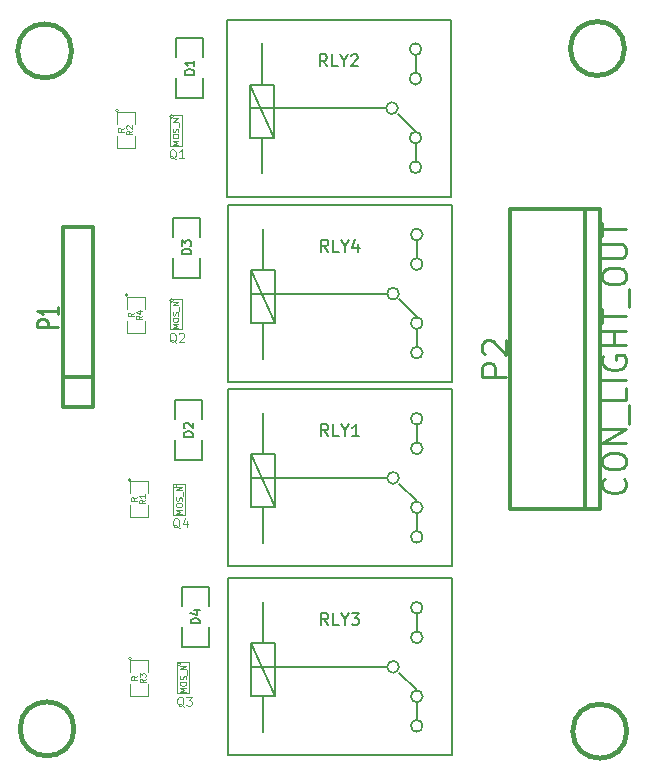
<source format=gto>
G04 (created by PCBNEW (2013-mar-13)-testing) date mar 04 jun 2013 15:54:13 ART*
%MOIN*%
G04 Gerber Fmt 3.4, Leading zero omitted, Abs format*
%FSLAX34Y34*%
G01*
G70*
G90*
G04 APERTURE LIST*
%ADD10C,0.005906*%
%ADD11C,0.005000*%
%ADD12C,0.012000*%
%ADD13C,0.003100*%
%ADD14C,0.003900*%
%ADD15C,0.015000*%
%ADD16C,0.010700*%
%ADD17C,0.010000*%
%ADD18C,0.004700*%
%ADD19C,0.004300*%
G04 APERTURE END LIST*
G54D10*
X24566Y-31358D02*
X25157Y-31948D01*
X25157Y-32342D02*
X25157Y-32933D01*
X25157Y-29389D02*
X25157Y-29980D01*
X25354Y-30177D02*
G75*
G03X25354Y-30177I-196J0D01*
G74*
G01*
X25354Y-32145D02*
G75*
G03X25354Y-32145I-196J0D01*
G74*
G01*
X25354Y-29192D02*
G75*
G03X25354Y-29192I-196J0D01*
G74*
G01*
X24566Y-31161D02*
G75*
G03X24566Y-31161I-196J0D01*
G74*
G01*
X25354Y-33129D02*
G75*
G03X25354Y-33129I-196J0D01*
G74*
G01*
X19645Y-31161D02*
X24173Y-31161D01*
X20039Y-32145D02*
X20039Y-33326D01*
X20039Y-30374D02*
X20039Y-28996D01*
X19645Y-30374D02*
X20433Y-32145D01*
X19645Y-31161D02*
X19645Y-30374D01*
X19645Y-30374D02*
X20433Y-30374D01*
X20433Y-30374D02*
X20433Y-32145D01*
X20433Y-32145D02*
X19645Y-32145D01*
X19645Y-32145D02*
X19645Y-31161D01*
X26338Y-34114D02*
X18858Y-34114D01*
X18858Y-34114D02*
X18858Y-28208D01*
X18858Y-28208D02*
X26338Y-28208D01*
X26338Y-28208D02*
X26338Y-34114D01*
G54D11*
X17148Y-12200D02*
X18048Y-12200D01*
X18048Y-12200D02*
X18048Y-11550D01*
X17148Y-10850D02*
X17148Y-10200D01*
X17148Y-10200D02*
X18048Y-10200D01*
X18048Y-10200D02*
X18048Y-10850D01*
X17148Y-11550D02*
X17148Y-12200D01*
X17109Y-24267D02*
X18009Y-24267D01*
X18009Y-24267D02*
X18009Y-23617D01*
X17109Y-22917D02*
X17109Y-22267D01*
X17109Y-22267D02*
X18009Y-22267D01*
X18009Y-22267D02*
X18009Y-22917D01*
X17109Y-23617D02*
X17109Y-24267D01*
X17050Y-18185D02*
X17950Y-18185D01*
X17950Y-18185D02*
X17950Y-17535D01*
X17050Y-16835D02*
X17050Y-16185D01*
X17050Y-16185D02*
X17950Y-16185D01*
X17950Y-16185D02*
X17950Y-16835D01*
X17050Y-17535D02*
X17050Y-18185D01*
X17345Y-30488D02*
X18245Y-30488D01*
X18245Y-30488D02*
X18245Y-29838D01*
X17345Y-29138D02*
X17345Y-28488D01*
X17345Y-28488D02*
X18245Y-28488D01*
X18245Y-28488D02*
X18245Y-29138D01*
X17345Y-29838D02*
X17345Y-30488D01*
G54D12*
X14377Y-22507D02*
X13377Y-22507D01*
X13377Y-22507D02*
X13377Y-16507D01*
X13377Y-16507D02*
X14377Y-16507D01*
X14377Y-16507D02*
X14377Y-22507D01*
X14377Y-21507D02*
X13377Y-21507D01*
X31283Y-25905D02*
X31283Y-15905D01*
X30783Y-25905D02*
X30783Y-15905D01*
X28283Y-25905D02*
X28283Y-15905D01*
X28283Y-15905D02*
X31283Y-15905D01*
X28283Y-25905D02*
X31283Y-25905D01*
G54D13*
X17050Y-12824D02*
G75*
G03X17050Y-12824I-62J0D01*
G74*
G01*
X17325Y-13787D02*
X16925Y-13787D01*
X17325Y-12762D02*
X16925Y-12762D01*
X16925Y-13787D02*
X16925Y-12762D01*
X17325Y-12762D02*
X17325Y-13787D01*
X17050Y-18946D02*
G75*
G03X17050Y-18946I-62J0D01*
G74*
G01*
X17325Y-19909D02*
X16925Y-19909D01*
X17325Y-18884D02*
X16925Y-18884D01*
X16925Y-19909D02*
X16925Y-18884D01*
X17325Y-18884D02*
X17325Y-19909D01*
X17306Y-31072D02*
G75*
G03X17306Y-31072I-62J0D01*
G74*
G01*
X17581Y-32035D02*
X17181Y-32035D01*
X17581Y-31010D02*
X17181Y-31010D01*
X17181Y-32035D02*
X17181Y-31010D01*
X17581Y-31010D02*
X17581Y-32035D01*
X17168Y-25127D02*
G75*
G03X17168Y-25127I-62J0D01*
G74*
G01*
X17444Y-26090D02*
X17044Y-26090D01*
X17444Y-25065D02*
X17044Y-25065D01*
X17044Y-26090D02*
X17044Y-25065D01*
X17444Y-25065D02*
X17444Y-26090D01*
G54D14*
X15635Y-24920D02*
G75*
G03X15635Y-24920I-50J0D01*
G74*
G01*
X15585Y-25370D02*
X15585Y-24970D01*
X15585Y-24970D02*
X16185Y-24970D01*
X16185Y-24970D02*
X16185Y-25370D01*
X16185Y-25770D02*
X16185Y-26170D01*
X16185Y-26170D02*
X15585Y-26170D01*
X15585Y-26170D02*
X15585Y-25770D01*
X15202Y-12617D02*
G75*
G03X15202Y-12617I-50J0D01*
G74*
G01*
X15152Y-13067D02*
X15152Y-12667D01*
X15152Y-12667D02*
X15752Y-12667D01*
X15752Y-12667D02*
X15752Y-13067D01*
X15752Y-13467D02*
X15752Y-13867D01*
X15752Y-13867D02*
X15152Y-13867D01*
X15152Y-13867D02*
X15152Y-13467D01*
X15655Y-30885D02*
G75*
G03X15655Y-30885I-50J0D01*
G74*
G01*
X15605Y-31335D02*
X15605Y-30935D01*
X15605Y-30935D02*
X16205Y-30935D01*
X16205Y-30935D02*
X16205Y-31335D01*
X16205Y-31735D02*
X16205Y-32135D01*
X16205Y-32135D02*
X15605Y-32135D01*
X15605Y-32135D02*
X15605Y-31735D01*
X15537Y-18779D02*
G75*
G03X15537Y-18779I-50J0D01*
G74*
G01*
X15487Y-19229D02*
X15487Y-18829D01*
X15487Y-18829D02*
X16087Y-18829D01*
X16087Y-18829D02*
X16087Y-19229D01*
X16087Y-19629D02*
X16087Y-20029D01*
X16087Y-20029D02*
X15487Y-20029D01*
X15487Y-20029D02*
X15487Y-19629D01*
G54D10*
X24566Y-25059D02*
X25157Y-25649D01*
X25157Y-26043D02*
X25157Y-26633D01*
X25157Y-23090D02*
X25157Y-23681D01*
X25354Y-23877D02*
G75*
G03X25354Y-23877I-196J0D01*
G74*
G01*
X25354Y-25846D02*
G75*
G03X25354Y-25846I-196J0D01*
G74*
G01*
X25354Y-22893D02*
G75*
G03X25354Y-22893I-196J0D01*
G74*
G01*
X24566Y-24862D02*
G75*
G03X24566Y-24862I-196J0D01*
G74*
G01*
X25354Y-26830D02*
G75*
G03X25354Y-26830I-196J0D01*
G74*
G01*
X19645Y-24862D02*
X24173Y-24862D01*
X20039Y-25846D02*
X20039Y-27027D01*
X20039Y-24074D02*
X20039Y-22696D01*
X19645Y-24074D02*
X20433Y-25846D01*
X19645Y-24862D02*
X19645Y-24074D01*
X19645Y-24074D02*
X20433Y-24074D01*
X20433Y-24074D02*
X20433Y-25846D01*
X20433Y-25846D02*
X19645Y-25846D01*
X19645Y-25846D02*
X19645Y-24862D01*
X26338Y-27814D02*
X18858Y-27814D01*
X18858Y-27814D02*
X18858Y-21909D01*
X18858Y-21909D02*
X26338Y-21909D01*
X26338Y-21909D02*
X26338Y-27814D01*
X24527Y-12736D02*
X25118Y-13326D01*
X25118Y-13720D02*
X25118Y-14311D01*
X25118Y-10767D02*
X25118Y-11358D01*
X25314Y-11555D02*
G75*
G03X25314Y-11555I-196J0D01*
G74*
G01*
X25314Y-13523D02*
G75*
G03X25314Y-13523I-196J0D01*
G74*
G01*
X25314Y-10570D02*
G75*
G03X25314Y-10570I-196J0D01*
G74*
G01*
X24527Y-12539D02*
G75*
G03X24527Y-12539I-196J0D01*
G74*
G01*
X25314Y-14507D02*
G75*
G03X25314Y-14507I-196J0D01*
G74*
G01*
X19606Y-12539D02*
X24133Y-12539D01*
X20000Y-13523D02*
X20000Y-14704D01*
X20000Y-11751D02*
X20000Y-10374D01*
X19606Y-11751D02*
X20393Y-13523D01*
X19606Y-12539D02*
X19606Y-11751D01*
X19606Y-11751D02*
X20393Y-11751D01*
X20393Y-11751D02*
X20393Y-13523D01*
X20393Y-13523D02*
X19606Y-13523D01*
X19606Y-13523D02*
X19606Y-12539D01*
X26299Y-15492D02*
X18818Y-15492D01*
X18818Y-15492D02*
X18818Y-9586D01*
X18818Y-9586D02*
X26299Y-9586D01*
X26299Y-9586D02*
X26299Y-15492D01*
X24566Y-18917D02*
X25157Y-19507D01*
X25157Y-19901D02*
X25157Y-20492D01*
X25157Y-16948D02*
X25157Y-17539D01*
X25354Y-17736D02*
G75*
G03X25354Y-17736I-196J0D01*
G74*
G01*
X25354Y-19704D02*
G75*
G03X25354Y-19704I-196J0D01*
G74*
G01*
X25354Y-16751D02*
G75*
G03X25354Y-16751I-196J0D01*
G74*
G01*
X24566Y-18720D02*
G75*
G03X24566Y-18720I-196J0D01*
G74*
G01*
X25354Y-20688D02*
G75*
G03X25354Y-20688I-196J0D01*
G74*
G01*
X19645Y-18720D02*
X24173Y-18720D01*
X20039Y-19704D02*
X20039Y-20885D01*
X20039Y-17933D02*
X20039Y-16555D01*
X19645Y-17933D02*
X20433Y-19704D01*
X19645Y-18720D02*
X19645Y-17933D01*
X19645Y-17933D02*
X20433Y-17933D01*
X20433Y-17933D02*
X20433Y-19704D01*
X20433Y-19704D02*
X19645Y-19704D01*
X19645Y-19704D02*
X19645Y-18720D01*
X26338Y-21673D02*
X18858Y-21673D01*
X18858Y-21673D02*
X18858Y-15767D01*
X18858Y-15767D02*
X26338Y-15767D01*
X26338Y-15767D02*
X26338Y-21673D01*
G54D15*
X32081Y-10551D02*
G75*
G03X32081Y-10551I-900J0D01*
G74*
G01*
X32159Y-33307D02*
G75*
G03X32159Y-33307I-900J0D01*
G74*
G01*
X13734Y-33228D02*
G75*
G03X13734Y-33228I-900J0D01*
G74*
G01*
X13655Y-10629D02*
G75*
G03X13655Y-10629I-900J0D01*
G74*
G01*
G54D10*
X22204Y-29764D02*
X22073Y-29577D01*
X21979Y-29764D02*
X21979Y-29371D01*
X22129Y-29371D01*
X22167Y-29389D01*
X22185Y-29408D01*
X22204Y-29446D01*
X22204Y-29502D01*
X22185Y-29539D01*
X22167Y-29558D01*
X22129Y-29577D01*
X21979Y-29577D01*
X22560Y-29764D02*
X22373Y-29764D01*
X22373Y-29371D01*
X22767Y-29577D02*
X22767Y-29764D01*
X22635Y-29371D02*
X22767Y-29577D01*
X22898Y-29371D01*
X22992Y-29371D02*
X23235Y-29371D01*
X23104Y-29520D01*
X23160Y-29520D01*
X23198Y-29539D01*
X23217Y-29558D01*
X23235Y-29595D01*
X23235Y-29689D01*
X23217Y-29727D01*
X23198Y-29745D01*
X23160Y-29764D01*
X23048Y-29764D01*
X23010Y-29745D01*
X22992Y-29727D01*
G54D11*
X17734Y-11422D02*
X17434Y-11422D01*
X17434Y-11350D01*
X17448Y-11307D01*
X17476Y-11279D01*
X17505Y-11265D01*
X17562Y-11250D01*
X17605Y-11250D01*
X17662Y-11265D01*
X17691Y-11279D01*
X17719Y-11307D01*
X17734Y-11350D01*
X17734Y-11422D01*
X17734Y-10965D02*
X17734Y-11136D01*
X17734Y-11050D02*
X17434Y-11050D01*
X17476Y-11079D01*
X17505Y-11107D01*
X17519Y-11136D01*
X17694Y-23489D02*
X17394Y-23489D01*
X17394Y-23417D01*
X17409Y-23374D01*
X17437Y-23346D01*
X17466Y-23332D01*
X17523Y-23317D01*
X17566Y-23317D01*
X17623Y-23332D01*
X17651Y-23346D01*
X17680Y-23374D01*
X17694Y-23417D01*
X17694Y-23489D01*
X17423Y-23203D02*
X17409Y-23189D01*
X17394Y-23160D01*
X17394Y-23089D01*
X17409Y-23060D01*
X17423Y-23046D01*
X17451Y-23032D01*
X17480Y-23032D01*
X17523Y-23046D01*
X17694Y-23217D01*
X17694Y-23032D01*
X17635Y-17406D02*
X17335Y-17406D01*
X17335Y-17335D01*
X17350Y-17292D01*
X17378Y-17263D01*
X17407Y-17249D01*
X17464Y-17235D01*
X17507Y-17235D01*
X17564Y-17249D01*
X17592Y-17263D01*
X17621Y-17292D01*
X17635Y-17335D01*
X17635Y-17406D01*
X17335Y-17135D02*
X17335Y-16949D01*
X17450Y-17049D01*
X17450Y-17006D01*
X17464Y-16977D01*
X17478Y-16963D01*
X17507Y-16949D01*
X17578Y-16949D01*
X17607Y-16963D01*
X17621Y-16977D01*
X17635Y-17006D01*
X17635Y-17092D01*
X17621Y-17120D01*
X17607Y-17135D01*
X17930Y-29709D02*
X17630Y-29709D01*
X17630Y-29638D01*
X17645Y-29595D01*
X17673Y-29566D01*
X17702Y-29552D01*
X17759Y-29538D01*
X17802Y-29538D01*
X17859Y-29552D01*
X17888Y-29566D01*
X17916Y-29595D01*
X17930Y-29638D01*
X17930Y-29709D01*
X17730Y-29281D02*
X17930Y-29281D01*
X17616Y-29352D02*
X17830Y-29423D01*
X17830Y-29238D01*
G54D16*
X13186Y-19823D02*
X12505Y-19823D01*
X12505Y-19660D01*
X12537Y-19619D01*
X12569Y-19599D01*
X12634Y-19579D01*
X12732Y-19579D01*
X12796Y-19599D01*
X12829Y-19619D01*
X12861Y-19660D01*
X12861Y-19823D01*
X13186Y-19171D02*
X13186Y-19416D01*
X13186Y-19293D02*
X12505Y-19293D01*
X12602Y-19334D01*
X12667Y-19375D01*
X12699Y-19416D01*
G54D12*
G54D17*
X28145Y-21495D02*
X27345Y-21495D01*
X27345Y-21191D01*
X27383Y-21115D01*
X27421Y-21076D01*
X27497Y-21038D01*
X27612Y-21038D01*
X27688Y-21076D01*
X27726Y-21115D01*
X27764Y-21191D01*
X27764Y-21495D01*
X27421Y-20734D02*
X27383Y-20695D01*
X27345Y-20619D01*
X27345Y-20429D01*
X27383Y-20353D01*
X27421Y-20315D01*
X27497Y-20276D01*
X27573Y-20276D01*
X27688Y-20315D01*
X28145Y-20772D01*
X28145Y-20276D01*
X32069Y-24886D02*
X32107Y-24924D01*
X32145Y-25038D01*
X32145Y-25115D01*
X32107Y-25229D01*
X32031Y-25305D01*
X31954Y-25343D01*
X31802Y-25381D01*
X31688Y-25381D01*
X31535Y-25343D01*
X31459Y-25305D01*
X31383Y-25229D01*
X31345Y-25115D01*
X31345Y-25038D01*
X31383Y-24924D01*
X31421Y-24886D01*
X31345Y-24391D02*
X31345Y-24238D01*
X31383Y-24162D01*
X31459Y-24086D01*
X31612Y-24048D01*
X31878Y-24048D01*
X32031Y-24086D01*
X32107Y-24162D01*
X32145Y-24238D01*
X32145Y-24391D01*
X32107Y-24467D01*
X32031Y-24543D01*
X31878Y-24581D01*
X31612Y-24581D01*
X31459Y-24543D01*
X31383Y-24467D01*
X31345Y-24391D01*
X32145Y-23705D02*
X31345Y-23705D01*
X32145Y-23248D01*
X31345Y-23248D01*
X32221Y-23057D02*
X32221Y-22448D01*
X32145Y-21876D02*
X32145Y-22257D01*
X31345Y-22257D01*
X32145Y-21610D02*
X31345Y-21610D01*
X31383Y-20810D02*
X31345Y-20886D01*
X31345Y-21000D01*
X31383Y-21115D01*
X31459Y-21191D01*
X31535Y-21229D01*
X31688Y-21267D01*
X31802Y-21267D01*
X31954Y-21229D01*
X32031Y-21191D01*
X32107Y-21115D01*
X32145Y-21000D01*
X32145Y-20924D01*
X32107Y-20810D01*
X32069Y-20772D01*
X31802Y-20772D01*
X31802Y-20924D01*
X32145Y-20429D02*
X31345Y-20429D01*
X31726Y-20429D02*
X31726Y-19972D01*
X32145Y-19972D02*
X31345Y-19972D01*
X31345Y-19705D02*
X31345Y-19248D01*
X32145Y-19476D02*
X31345Y-19476D01*
X32221Y-19172D02*
X32221Y-18562D01*
X31345Y-18219D02*
X31345Y-18067D01*
X31383Y-17991D01*
X31459Y-17915D01*
X31612Y-17876D01*
X31878Y-17876D01*
X32031Y-17915D01*
X32107Y-17991D01*
X32145Y-18067D01*
X32145Y-18219D01*
X32107Y-18295D01*
X32031Y-18372D01*
X31878Y-18410D01*
X31612Y-18410D01*
X31459Y-18372D01*
X31383Y-18295D01*
X31345Y-18219D01*
X31345Y-17534D02*
X31992Y-17534D01*
X32069Y-17495D01*
X32107Y-17457D01*
X32145Y-17381D01*
X32145Y-17229D01*
X32107Y-17153D01*
X32069Y-17115D01*
X31992Y-17076D01*
X31345Y-17076D01*
X31345Y-16810D02*
X31345Y-16353D01*
X32145Y-16581D02*
X31345Y-16581D01*
G54D18*
X17136Y-14238D02*
X17107Y-14224D01*
X17079Y-14195D01*
X17036Y-14152D01*
X17007Y-14138D01*
X16979Y-14138D01*
X16993Y-14210D02*
X16964Y-14195D01*
X16936Y-14167D01*
X16922Y-14110D01*
X16922Y-14010D01*
X16936Y-13952D01*
X16964Y-13924D01*
X16993Y-13910D01*
X17050Y-13910D01*
X17079Y-13924D01*
X17107Y-13952D01*
X17122Y-14010D01*
X17122Y-14110D01*
X17107Y-14167D01*
X17079Y-14195D01*
X17050Y-14210D01*
X16993Y-14210D01*
X17407Y-14210D02*
X17236Y-14210D01*
X17322Y-14210D02*
X17322Y-13910D01*
X17293Y-13952D01*
X17264Y-13981D01*
X17236Y-13995D01*
G54D14*
X17215Y-13753D02*
X17018Y-13753D01*
X17158Y-13687D01*
X17018Y-13621D01*
X17215Y-13621D01*
X17018Y-13490D02*
X17018Y-13453D01*
X17027Y-13434D01*
X17046Y-13415D01*
X17083Y-13406D01*
X17149Y-13406D01*
X17186Y-13415D01*
X17205Y-13434D01*
X17215Y-13453D01*
X17215Y-13490D01*
X17205Y-13509D01*
X17186Y-13528D01*
X17149Y-13537D01*
X17083Y-13537D01*
X17046Y-13528D01*
X17027Y-13509D01*
X17018Y-13490D01*
X17205Y-13331D02*
X17215Y-13303D01*
X17215Y-13256D01*
X17205Y-13237D01*
X17196Y-13227D01*
X17177Y-13218D01*
X17158Y-13218D01*
X17140Y-13227D01*
X17130Y-13237D01*
X17121Y-13256D01*
X17111Y-13293D01*
X17102Y-13312D01*
X17093Y-13321D01*
X17074Y-13331D01*
X17055Y-13331D01*
X17036Y-13321D01*
X17027Y-13312D01*
X17018Y-13293D01*
X17018Y-13246D01*
X17027Y-13218D01*
X17233Y-13181D02*
X17233Y-13030D01*
X17215Y-12984D02*
X17018Y-12984D01*
X17215Y-12871D01*
X17018Y-12871D01*
G54D18*
X17136Y-20360D02*
X17107Y-20346D01*
X17079Y-20317D01*
X17036Y-20275D01*
X17007Y-20260D01*
X16979Y-20260D01*
X16993Y-20332D02*
X16964Y-20317D01*
X16936Y-20289D01*
X16922Y-20232D01*
X16922Y-20132D01*
X16936Y-20075D01*
X16964Y-20046D01*
X16993Y-20032D01*
X17050Y-20032D01*
X17079Y-20046D01*
X17107Y-20075D01*
X17122Y-20132D01*
X17122Y-20232D01*
X17107Y-20289D01*
X17079Y-20317D01*
X17050Y-20332D01*
X16993Y-20332D01*
X17236Y-20060D02*
X17250Y-20046D01*
X17279Y-20032D01*
X17350Y-20032D01*
X17379Y-20046D01*
X17393Y-20060D01*
X17407Y-20089D01*
X17407Y-20117D01*
X17393Y-20160D01*
X17222Y-20332D01*
X17407Y-20332D01*
G54D14*
X17215Y-19875D02*
X17018Y-19875D01*
X17158Y-19809D01*
X17018Y-19744D01*
X17215Y-19744D01*
X17018Y-19612D02*
X17018Y-19575D01*
X17027Y-19556D01*
X17046Y-19537D01*
X17083Y-19528D01*
X17149Y-19528D01*
X17186Y-19537D01*
X17205Y-19556D01*
X17215Y-19575D01*
X17215Y-19612D01*
X17205Y-19631D01*
X17186Y-19650D01*
X17149Y-19659D01*
X17083Y-19659D01*
X17046Y-19650D01*
X17027Y-19631D01*
X17018Y-19612D01*
X17205Y-19453D02*
X17215Y-19425D01*
X17215Y-19378D01*
X17205Y-19359D01*
X17196Y-19350D01*
X17177Y-19340D01*
X17158Y-19340D01*
X17140Y-19350D01*
X17130Y-19359D01*
X17121Y-19378D01*
X17111Y-19415D01*
X17102Y-19434D01*
X17093Y-19443D01*
X17074Y-19453D01*
X17055Y-19453D01*
X17036Y-19443D01*
X17027Y-19434D01*
X17018Y-19415D01*
X17018Y-19368D01*
X17027Y-19340D01*
X17233Y-19303D02*
X17233Y-19153D01*
X17215Y-19106D02*
X17018Y-19106D01*
X17215Y-18993D01*
X17018Y-18993D01*
G54D18*
X17392Y-32486D02*
X17363Y-32472D01*
X17335Y-32443D01*
X17292Y-32401D01*
X17263Y-32386D01*
X17235Y-32386D01*
X17249Y-32458D02*
X17220Y-32443D01*
X17192Y-32415D01*
X17178Y-32358D01*
X17178Y-32258D01*
X17192Y-32201D01*
X17220Y-32172D01*
X17249Y-32158D01*
X17306Y-32158D01*
X17335Y-32172D01*
X17363Y-32201D01*
X17378Y-32258D01*
X17378Y-32358D01*
X17363Y-32415D01*
X17335Y-32443D01*
X17306Y-32458D01*
X17249Y-32458D01*
X17478Y-32158D02*
X17663Y-32158D01*
X17563Y-32272D01*
X17606Y-32272D01*
X17635Y-32286D01*
X17649Y-32301D01*
X17663Y-32329D01*
X17663Y-32401D01*
X17649Y-32429D01*
X17635Y-32443D01*
X17606Y-32458D01*
X17520Y-32458D01*
X17492Y-32443D01*
X17478Y-32429D01*
G54D14*
X17471Y-32001D02*
X17274Y-32001D01*
X17414Y-31935D01*
X17274Y-31870D01*
X17471Y-31870D01*
X17274Y-31738D02*
X17274Y-31701D01*
X17283Y-31682D01*
X17302Y-31663D01*
X17339Y-31654D01*
X17405Y-31654D01*
X17442Y-31663D01*
X17461Y-31682D01*
X17471Y-31701D01*
X17471Y-31738D01*
X17461Y-31757D01*
X17442Y-31776D01*
X17405Y-31785D01*
X17339Y-31785D01*
X17302Y-31776D01*
X17283Y-31757D01*
X17274Y-31738D01*
X17461Y-31579D02*
X17471Y-31551D01*
X17471Y-31504D01*
X17461Y-31485D01*
X17452Y-31476D01*
X17433Y-31466D01*
X17414Y-31466D01*
X17395Y-31476D01*
X17386Y-31485D01*
X17377Y-31504D01*
X17367Y-31541D01*
X17358Y-31560D01*
X17349Y-31569D01*
X17330Y-31579D01*
X17311Y-31579D01*
X17292Y-31569D01*
X17283Y-31560D01*
X17274Y-31541D01*
X17274Y-31494D01*
X17283Y-31466D01*
X17489Y-31429D02*
X17489Y-31279D01*
X17471Y-31232D02*
X17274Y-31232D01*
X17471Y-31119D01*
X17274Y-31119D01*
G54D18*
X17254Y-26541D02*
X17225Y-26527D01*
X17197Y-26498D01*
X17154Y-26456D01*
X17125Y-26441D01*
X17097Y-26441D01*
X17111Y-26513D02*
X17083Y-26498D01*
X17054Y-26470D01*
X17040Y-26413D01*
X17040Y-26313D01*
X17054Y-26256D01*
X17083Y-26227D01*
X17111Y-26213D01*
X17168Y-26213D01*
X17197Y-26227D01*
X17225Y-26256D01*
X17240Y-26313D01*
X17240Y-26413D01*
X17225Y-26470D01*
X17197Y-26498D01*
X17168Y-26513D01*
X17111Y-26513D01*
X17497Y-26313D02*
X17497Y-26513D01*
X17425Y-26198D02*
X17354Y-26413D01*
X17540Y-26413D01*
G54D14*
X17333Y-26051D02*
X17136Y-26051D01*
X17276Y-25985D01*
X17136Y-25919D01*
X17333Y-25919D01*
X17136Y-25788D02*
X17136Y-25750D01*
X17145Y-25732D01*
X17164Y-25713D01*
X17201Y-25704D01*
X17267Y-25704D01*
X17305Y-25713D01*
X17323Y-25732D01*
X17333Y-25750D01*
X17333Y-25788D01*
X17323Y-25807D01*
X17305Y-25825D01*
X17267Y-25835D01*
X17201Y-25835D01*
X17164Y-25825D01*
X17145Y-25807D01*
X17136Y-25788D01*
X17323Y-25628D02*
X17333Y-25600D01*
X17333Y-25553D01*
X17323Y-25535D01*
X17314Y-25525D01*
X17295Y-25516D01*
X17276Y-25516D01*
X17258Y-25525D01*
X17248Y-25535D01*
X17239Y-25553D01*
X17230Y-25591D01*
X17220Y-25610D01*
X17211Y-25619D01*
X17192Y-25628D01*
X17173Y-25628D01*
X17154Y-25619D01*
X17145Y-25610D01*
X17136Y-25591D01*
X17136Y-25544D01*
X17145Y-25516D01*
X17351Y-25478D02*
X17351Y-25328D01*
X17333Y-25281D02*
X17136Y-25281D01*
X17333Y-25169D01*
X17136Y-25169D01*
G54D19*
X16099Y-25603D02*
X16006Y-25669D01*
X16099Y-25716D02*
X15902Y-25716D01*
X15902Y-25641D01*
X15912Y-25622D01*
X15921Y-25613D01*
X15940Y-25603D01*
X15968Y-25603D01*
X15987Y-25613D01*
X15996Y-25622D01*
X16006Y-25641D01*
X16006Y-25716D01*
X16099Y-25416D02*
X16099Y-25528D01*
X16099Y-25472D02*
X15902Y-25472D01*
X15931Y-25491D01*
X15949Y-25509D01*
X15959Y-25528D01*
X15824Y-25509D02*
X15731Y-25575D01*
X15824Y-25622D02*
X15627Y-25622D01*
X15627Y-25547D01*
X15637Y-25528D01*
X15646Y-25519D01*
X15665Y-25509D01*
X15693Y-25509D01*
X15712Y-25519D01*
X15721Y-25528D01*
X15731Y-25547D01*
X15731Y-25622D01*
X15666Y-13300D02*
X15573Y-13366D01*
X15666Y-13413D02*
X15469Y-13413D01*
X15469Y-13338D01*
X15479Y-13319D01*
X15488Y-13309D01*
X15507Y-13300D01*
X15535Y-13300D01*
X15554Y-13309D01*
X15563Y-13319D01*
X15573Y-13338D01*
X15573Y-13413D01*
X15488Y-13225D02*
X15479Y-13216D01*
X15469Y-13197D01*
X15469Y-13150D01*
X15479Y-13131D01*
X15488Y-13122D01*
X15507Y-13112D01*
X15526Y-13112D01*
X15554Y-13122D01*
X15666Y-13234D01*
X15666Y-13112D01*
X15391Y-13206D02*
X15298Y-13272D01*
X15391Y-13319D02*
X15194Y-13319D01*
X15194Y-13244D01*
X15204Y-13225D01*
X15213Y-13216D01*
X15232Y-13206D01*
X15260Y-13206D01*
X15279Y-13216D01*
X15288Y-13225D01*
X15298Y-13244D01*
X15298Y-13319D01*
X16119Y-31568D02*
X16025Y-31633D01*
X16119Y-31680D02*
X15922Y-31680D01*
X15922Y-31605D01*
X15932Y-31587D01*
X15941Y-31577D01*
X15960Y-31568D01*
X15988Y-31568D01*
X16007Y-31577D01*
X16016Y-31587D01*
X16025Y-31605D01*
X16025Y-31680D01*
X15922Y-31502D02*
X15922Y-31380D01*
X15997Y-31446D01*
X15997Y-31418D01*
X16007Y-31399D01*
X16016Y-31390D01*
X16035Y-31380D01*
X16082Y-31380D01*
X16100Y-31390D01*
X16110Y-31399D01*
X16119Y-31418D01*
X16119Y-31474D01*
X16110Y-31493D01*
X16100Y-31502D01*
X15844Y-31474D02*
X15750Y-31540D01*
X15844Y-31587D02*
X15647Y-31587D01*
X15647Y-31511D01*
X15657Y-31493D01*
X15666Y-31483D01*
X15685Y-31474D01*
X15713Y-31474D01*
X15732Y-31483D01*
X15741Y-31493D01*
X15750Y-31511D01*
X15750Y-31587D01*
X16001Y-19461D02*
X15907Y-19527D01*
X16001Y-19574D02*
X15804Y-19574D01*
X15804Y-19499D01*
X15813Y-19480D01*
X15823Y-19471D01*
X15842Y-19461D01*
X15870Y-19461D01*
X15888Y-19471D01*
X15898Y-19480D01*
X15907Y-19499D01*
X15907Y-19574D01*
X15870Y-19293D02*
X16001Y-19293D01*
X15795Y-19340D02*
X15935Y-19386D01*
X15935Y-19264D01*
X15726Y-19368D02*
X15632Y-19433D01*
X15726Y-19480D02*
X15529Y-19480D01*
X15529Y-19405D01*
X15538Y-19386D01*
X15548Y-19377D01*
X15567Y-19368D01*
X15595Y-19368D01*
X15613Y-19377D01*
X15623Y-19386D01*
X15632Y-19405D01*
X15632Y-19480D01*
G54D10*
X22204Y-23465D02*
X22073Y-23278D01*
X21979Y-23465D02*
X21979Y-23071D01*
X22129Y-23071D01*
X22167Y-23090D01*
X22185Y-23109D01*
X22204Y-23146D01*
X22204Y-23203D01*
X22185Y-23240D01*
X22167Y-23259D01*
X22129Y-23278D01*
X21979Y-23278D01*
X22560Y-23465D02*
X22373Y-23465D01*
X22373Y-23071D01*
X22767Y-23278D02*
X22767Y-23465D01*
X22635Y-23071D02*
X22767Y-23278D01*
X22898Y-23071D01*
X23235Y-23465D02*
X23010Y-23465D01*
X23123Y-23465D02*
X23123Y-23071D01*
X23085Y-23128D01*
X23048Y-23165D01*
X23010Y-23184D01*
X22165Y-11142D02*
X22034Y-10955D01*
X21940Y-11142D02*
X21940Y-10748D01*
X22090Y-10748D01*
X22127Y-10767D01*
X22146Y-10786D01*
X22165Y-10823D01*
X22165Y-10880D01*
X22146Y-10917D01*
X22127Y-10936D01*
X22090Y-10955D01*
X21940Y-10955D01*
X22521Y-11142D02*
X22334Y-11142D01*
X22334Y-10748D01*
X22727Y-10955D02*
X22727Y-11142D01*
X22596Y-10748D02*
X22727Y-10955D01*
X22859Y-10748D01*
X22971Y-10786D02*
X22990Y-10767D01*
X23027Y-10748D01*
X23121Y-10748D01*
X23158Y-10767D01*
X23177Y-10786D01*
X23196Y-10823D01*
X23196Y-10861D01*
X23177Y-10917D01*
X22952Y-11142D01*
X23196Y-11142D01*
X22204Y-17323D02*
X22073Y-17136D01*
X21979Y-17323D02*
X21979Y-16930D01*
X22129Y-16930D01*
X22167Y-16948D01*
X22185Y-16967D01*
X22204Y-17005D01*
X22204Y-17061D01*
X22185Y-17098D01*
X22167Y-17117D01*
X22129Y-17136D01*
X21979Y-17136D01*
X22560Y-17323D02*
X22373Y-17323D01*
X22373Y-16930D01*
X22767Y-17136D02*
X22767Y-17323D01*
X22635Y-16930D02*
X22767Y-17136D01*
X22898Y-16930D01*
X23198Y-17061D02*
X23198Y-17323D01*
X23104Y-16911D02*
X23010Y-17192D01*
X23254Y-17192D01*
G54D17*
M02*

</source>
